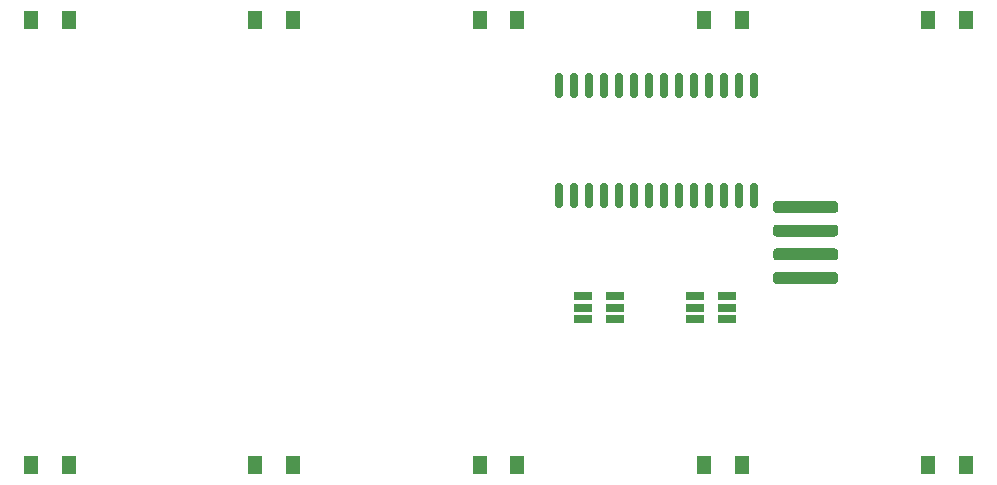
<source format=gtp>
G04 #@! TF.GenerationSoftware,KiCad,Pcbnew,(5.1.8)-1*
G04 #@! TF.CreationDate,2023-06-19T23:59:53+09:00*
G04 #@! TF.ProjectId,windsynth,77696e64-7379-46e7-9468-2e6b69636164,rev?*
G04 #@! TF.SameCoordinates,Original*
G04 #@! TF.FileFunction,Paste,Top*
G04 #@! TF.FilePolarity,Positive*
%FSLAX46Y46*%
G04 Gerber Fmt 4.6, Leading zero omitted, Abs format (unit mm)*
G04 Created by KiCad (PCBNEW (5.1.8)-1) date 2023-06-19 23:59:53*
%MOMM*%
%LPD*%
G01*
G04 APERTURE LIST*
%ADD10R,1.200000X1.500000*%
%ADD11R,1.560000X0.650000*%
G04 APERTURE END LIST*
D10*
G04 #@! TO.C,KeyD*
X186900000Y-110800000D03*
X190100000Y-110800000D03*
G04 #@! TD*
G04 #@! TO.C,KeyB*
X148900000Y-73200000D03*
X152100000Y-73200000D03*
G04 #@! TD*
G04 #@! TO.C,KeyC*
X224900000Y-110800000D03*
X228100000Y-110800000D03*
G04 #@! TD*
G04 #@! TO.C,KeyEb*
X205900000Y-110800000D03*
X209100000Y-110800000D03*
G04 #@! TD*
G04 #@! TO.C,KeyE*
X167900000Y-110800000D03*
X171100000Y-110800000D03*
G04 #@! TD*
G04 #@! TO.C,KeyF*
X148900000Y-110800000D03*
X152100000Y-110800000D03*
G04 #@! TD*
G04 #@! TO.C,KeyCs*
X228100000Y-73200000D03*
X224900000Y-73200000D03*
G04 #@! TD*
G04 #@! TO.C,KeyGs*
X209100000Y-73200000D03*
X205900000Y-73200000D03*
G04 #@! TD*
G04 #@! TO.C,KeyG*
X186900000Y-73200000D03*
X190100000Y-73200000D03*
G04 #@! TD*
G04 #@! TO.C,KeyA*
X167900000Y-73200000D03*
X171100000Y-73200000D03*
G04 #@! TD*
G04 #@! TO.C,MCP23017*
G36*
G01*
X193770000Y-89035000D02*
X193470000Y-89035000D01*
G75*
G02*
X193320000Y-88885000I0J150000D01*
G01*
X193320000Y-87135000D01*
G75*
G02*
X193470000Y-86985000I150000J0D01*
G01*
X193770000Y-86985000D01*
G75*
G02*
X193920000Y-87135000I0J-150000D01*
G01*
X193920000Y-88885000D01*
G75*
G02*
X193770000Y-89035000I-150000J0D01*
G01*
G37*
G36*
G01*
X195040000Y-89035000D02*
X194740000Y-89035000D01*
G75*
G02*
X194590000Y-88885000I0J150000D01*
G01*
X194590000Y-87135000D01*
G75*
G02*
X194740000Y-86985000I150000J0D01*
G01*
X195040000Y-86985000D01*
G75*
G02*
X195190000Y-87135000I0J-150000D01*
G01*
X195190000Y-88885000D01*
G75*
G02*
X195040000Y-89035000I-150000J0D01*
G01*
G37*
G36*
G01*
X196310000Y-89035000D02*
X196010000Y-89035000D01*
G75*
G02*
X195860000Y-88885000I0J150000D01*
G01*
X195860000Y-87135000D01*
G75*
G02*
X196010000Y-86985000I150000J0D01*
G01*
X196310000Y-86985000D01*
G75*
G02*
X196460000Y-87135000I0J-150000D01*
G01*
X196460000Y-88885000D01*
G75*
G02*
X196310000Y-89035000I-150000J0D01*
G01*
G37*
G36*
G01*
X197580000Y-89035000D02*
X197280000Y-89035000D01*
G75*
G02*
X197130000Y-88885000I0J150000D01*
G01*
X197130000Y-87135000D01*
G75*
G02*
X197280000Y-86985000I150000J0D01*
G01*
X197580000Y-86985000D01*
G75*
G02*
X197730000Y-87135000I0J-150000D01*
G01*
X197730000Y-88885000D01*
G75*
G02*
X197580000Y-89035000I-150000J0D01*
G01*
G37*
G36*
G01*
X198850000Y-89035000D02*
X198550000Y-89035000D01*
G75*
G02*
X198400000Y-88885000I0J150000D01*
G01*
X198400000Y-87135000D01*
G75*
G02*
X198550000Y-86985000I150000J0D01*
G01*
X198850000Y-86985000D01*
G75*
G02*
X199000000Y-87135000I0J-150000D01*
G01*
X199000000Y-88885000D01*
G75*
G02*
X198850000Y-89035000I-150000J0D01*
G01*
G37*
G36*
G01*
X200120000Y-89035000D02*
X199820000Y-89035000D01*
G75*
G02*
X199670000Y-88885000I0J150000D01*
G01*
X199670000Y-87135000D01*
G75*
G02*
X199820000Y-86985000I150000J0D01*
G01*
X200120000Y-86985000D01*
G75*
G02*
X200270000Y-87135000I0J-150000D01*
G01*
X200270000Y-88885000D01*
G75*
G02*
X200120000Y-89035000I-150000J0D01*
G01*
G37*
G36*
G01*
X201390000Y-89035000D02*
X201090000Y-89035000D01*
G75*
G02*
X200940000Y-88885000I0J150000D01*
G01*
X200940000Y-87135000D01*
G75*
G02*
X201090000Y-86985000I150000J0D01*
G01*
X201390000Y-86985000D01*
G75*
G02*
X201540000Y-87135000I0J-150000D01*
G01*
X201540000Y-88885000D01*
G75*
G02*
X201390000Y-89035000I-150000J0D01*
G01*
G37*
G36*
G01*
X202660000Y-89035000D02*
X202360000Y-89035000D01*
G75*
G02*
X202210000Y-88885000I0J150000D01*
G01*
X202210000Y-87135000D01*
G75*
G02*
X202360000Y-86985000I150000J0D01*
G01*
X202660000Y-86985000D01*
G75*
G02*
X202810000Y-87135000I0J-150000D01*
G01*
X202810000Y-88885000D01*
G75*
G02*
X202660000Y-89035000I-150000J0D01*
G01*
G37*
G36*
G01*
X203930000Y-89035000D02*
X203630000Y-89035000D01*
G75*
G02*
X203480000Y-88885000I0J150000D01*
G01*
X203480000Y-87135000D01*
G75*
G02*
X203630000Y-86985000I150000J0D01*
G01*
X203930000Y-86985000D01*
G75*
G02*
X204080000Y-87135000I0J-150000D01*
G01*
X204080000Y-88885000D01*
G75*
G02*
X203930000Y-89035000I-150000J0D01*
G01*
G37*
G36*
G01*
X205200000Y-89035000D02*
X204900000Y-89035000D01*
G75*
G02*
X204750000Y-88885000I0J150000D01*
G01*
X204750000Y-87135000D01*
G75*
G02*
X204900000Y-86985000I150000J0D01*
G01*
X205200000Y-86985000D01*
G75*
G02*
X205350000Y-87135000I0J-150000D01*
G01*
X205350000Y-88885000D01*
G75*
G02*
X205200000Y-89035000I-150000J0D01*
G01*
G37*
G36*
G01*
X206470000Y-89035000D02*
X206170000Y-89035000D01*
G75*
G02*
X206020000Y-88885000I0J150000D01*
G01*
X206020000Y-87135000D01*
G75*
G02*
X206170000Y-86985000I150000J0D01*
G01*
X206470000Y-86985000D01*
G75*
G02*
X206620000Y-87135000I0J-150000D01*
G01*
X206620000Y-88885000D01*
G75*
G02*
X206470000Y-89035000I-150000J0D01*
G01*
G37*
G36*
G01*
X207740000Y-89035000D02*
X207440000Y-89035000D01*
G75*
G02*
X207290000Y-88885000I0J150000D01*
G01*
X207290000Y-87135000D01*
G75*
G02*
X207440000Y-86985000I150000J0D01*
G01*
X207740000Y-86985000D01*
G75*
G02*
X207890000Y-87135000I0J-150000D01*
G01*
X207890000Y-88885000D01*
G75*
G02*
X207740000Y-89035000I-150000J0D01*
G01*
G37*
G36*
G01*
X209010000Y-89035000D02*
X208710000Y-89035000D01*
G75*
G02*
X208560000Y-88885000I0J150000D01*
G01*
X208560000Y-87135000D01*
G75*
G02*
X208710000Y-86985000I150000J0D01*
G01*
X209010000Y-86985000D01*
G75*
G02*
X209160000Y-87135000I0J-150000D01*
G01*
X209160000Y-88885000D01*
G75*
G02*
X209010000Y-89035000I-150000J0D01*
G01*
G37*
G36*
G01*
X210280000Y-89035000D02*
X209980000Y-89035000D01*
G75*
G02*
X209830000Y-88885000I0J150000D01*
G01*
X209830000Y-87135000D01*
G75*
G02*
X209980000Y-86985000I150000J0D01*
G01*
X210280000Y-86985000D01*
G75*
G02*
X210430000Y-87135000I0J-150000D01*
G01*
X210430000Y-88885000D01*
G75*
G02*
X210280000Y-89035000I-150000J0D01*
G01*
G37*
G36*
G01*
X210280000Y-79735000D02*
X209980000Y-79735000D01*
G75*
G02*
X209830000Y-79585000I0J150000D01*
G01*
X209830000Y-77835000D01*
G75*
G02*
X209980000Y-77685000I150000J0D01*
G01*
X210280000Y-77685000D01*
G75*
G02*
X210430000Y-77835000I0J-150000D01*
G01*
X210430000Y-79585000D01*
G75*
G02*
X210280000Y-79735000I-150000J0D01*
G01*
G37*
G36*
G01*
X209010000Y-79735000D02*
X208710000Y-79735000D01*
G75*
G02*
X208560000Y-79585000I0J150000D01*
G01*
X208560000Y-77835000D01*
G75*
G02*
X208710000Y-77685000I150000J0D01*
G01*
X209010000Y-77685000D01*
G75*
G02*
X209160000Y-77835000I0J-150000D01*
G01*
X209160000Y-79585000D01*
G75*
G02*
X209010000Y-79735000I-150000J0D01*
G01*
G37*
G36*
G01*
X207740000Y-79735000D02*
X207440000Y-79735000D01*
G75*
G02*
X207290000Y-79585000I0J150000D01*
G01*
X207290000Y-77835000D01*
G75*
G02*
X207440000Y-77685000I150000J0D01*
G01*
X207740000Y-77685000D01*
G75*
G02*
X207890000Y-77835000I0J-150000D01*
G01*
X207890000Y-79585000D01*
G75*
G02*
X207740000Y-79735000I-150000J0D01*
G01*
G37*
G36*
G01*
X206470000Y-79735000D02*
X206170000Y-79735000D01*
G75*
G02*
X206020000Y-79585000I0J150000D01*
G01*
X206020000Y-77835000D01*
G75*
G02*
X206170000Y-77685000I150000J0D01*
G01*
X206470000Y-77685000D01*
G75*
G02*
X206620000Y-77835000I0J-150000D01*
G01*
X206620000Y-79585000D01*
G75*
G02*
X206470000Y-79735000I-150000J0D01*
G01*
G37*
G36*
G01*
X205200000Y-79735000D02*
X204900000Y-79735000D01*
G75*
G02*
X204750000Y-79585000I0J150000D01*
G01*
X204750000Y-77835000D01*
G75*
G02*
X204900000Y-77685000I150000J0D01*
G01*
X205200000Y-77685000D01*
G75*
G02*
X205350000Y-77835000I0J-150000D01*
G01*
X205350000Y-79585000D01*
G75*
G02*
X205200000Y-79735000I-150000J0D01*
G01*
G37*
G36*
G01*
X203930000Y-79735000D02*
X203630000Y-79735000D01*
G75*
G02*
X203480000Y-79585000I0J150000D01*
G01*
X203480000Y-77835000D01*
G75*
G02*
X203630000Y-77685000I150000J0D01*
G01*
X203930000Y-77685000D01*
G75*
G02*
X204080000Y-77835000I0J-150000D01*
G01*
X204080000Y-79585000D01*
G75*
G02*
X203930000Y-79735000I-150000J0D01*
G01*
G37*
G36*
G01*
X202660000Y-79735000D02*
X202360000Y-79735000D01*
G75*
G02*
X202210000Y-79585000I0J150000D01*
G01*
X202210000Y-77835000D01*
G75*
G02*
X202360000Y-77685000I150000J0D01*
G01*
X202660000Y-77685000D01*
G75*
G02*
X202810000Y-77835000I0J-150000D01*
G01*
X202810000Y-79585000D01*
G75*
G02*
X202660000Y-79735000I-150000J0D01*
G01*
G37*
G36*
G01*
X201390000Y-79735000D02*
X201090000Y-79735000D01*
G75*
G02*
X200940000Y-79585000I0J150000D01*
G01*
X200940000Y-77835000D01*
G75*
G02*
X201090000Y-77685000I150000J0D01*
G01*
X201390000Y-77685000D01*
G75*
G02*
X201540000Y-77835000I0J-150000D01*
G01*
X201540000Y-79585000D01*
G75*
G02*
X201390000Y-79735000I-150000J0D01*
G01*
G37*
G36*
G01*
X200120000Y-79735000D02*
X199820000Y-79735000D01*
G75*
G02*
X199670000Y-79585000I0J150000D01*
G01*
X199670000Y-77835000D01*
G75*
G02*
X199820000Y-77685000I150000J0D01*
G01*
X200120000Y-77685000D01*
G75*
G02*
X200270000Y-77835000I0J-150000D01*
G01*
X200270000Y-79585000D01*
G75*
G02*
X200120000Y-79735000I-150000J0D01*
G01*
G37*
G36*
G01*
X198850000Y-79735000D02*
X198550000Y-79735000D01*
G75*
G02*
X198400000Y-79585000I0J150000D01*
G01*
X198400000Y-77835000D01*
G75*
G02*
X198550000Y-77685000I150000J0D01*
G01*
X198850000Y-77685000D01*
G75*
G02*
X199000000Y-77835000I0J-150000D01*
G01*
X199000000Y-79585000D01*
G75*
G02*
X198850000Y-79735000I-150000J0D01*
G01*
G37*
G36*
G01*
X197580000Y-79735000D02*
X197280000Y-79735000D01*
G75*
G02*
X197130000Y-79585000I0J150000D01*
G01*
X197130000Y-77835000D01*
G75*
G02*
X197280000Y-77685000I150000J0D01*
G01*
X197580000Y-77685000D01*
G75*
G02*
X197730000Y-77835000I0J-150000D01*
G01*
X197730000Y-79585000D01*
G75*
G02*
X197580000Y-79735000I-150000J0D01*
G01*
G37*
G36*
G01*
X196310000Y-79735000D02*
X196010000Y-79735000D01*
G75*
G02*
X195860000Y-79585000I0J150000D01*
G01*
X195860000Y-77835000D01*
G75*
G02*
X196010000Y-77685000I150000J0D01*
G01*
X196310000Y-77685000D01*
G75*
G02*
X196460000Y-77835000I0J-150000D01*
G01*
X196460000Y-79585000D01*
G75*
G02*
X196310000Y-79735000I-150000J0D01*
G01*
G37*
G36*
G01*
X195040000Y-79735000D02*
X194740000Y-79735000D01*
G75*
G02*
X194590000Y-79585000I0J150000D01*
G01*
X194590000Y-77835000D01*
G75*
G02*
X194740000Y-77685000I150000J0D01*
G01*
X195040000Y-77685000D01*
G75*
G02*
X195190000Y-77835000I0J-150000D01*
G01*
X195190000Y-79585000D01*
G75*
G02*
X195040000Y-79735000I-150000J0D01*
G01*
G37*
G36*
G01*
X193770000Y-79735000D02*
X193470000Y-79735000D01*
G75*
G02*
X193320000Y-79585000I0J150000D01*
G01*
X193320000Y-77835000D01*
G75*
G02*
X193470000Y-77685000I150000J0D01*
G01*
X193770000Y-77685000D01*
G75*
G02*
X193920000Y-77835000I0J-150000D01*
G01*
X193920000Y-79585000D01*
G75*
G02*
X193770000Y-79735000I-150000J0D01*
G01*
G37*
G04 #@! TD*
D11*
G04 #@! TO.C,MCP3425*
X198350000Y-97500000D03*
X198350000Y-96550000D03*
X198350000Y-98450000D03*
X195650000Y-98450000D03*
X195650000Y-97500000D03*
X195650000Y-96550000D03*
G04 #@! TD*
G04 #@! TO.C,MCP3425*
X205150000Y-96550000D03*
X205150000Y-97500000D03*
X205150000Y-98450000D03*
X207850000Y-98450000D03*
X207850000Y-96550000D03*
X207850000Y-97500000D03*
G04 #@! TD*
G04 #@! TO.C,I2C*
G36*
G01*
X212000000Y-88500000D02*
X217000000Y-88500000D01*
G75*
G02*
X217250000Y-88750000I0J-250000D01*
G01*
X217250000Y-89250000D01*
G75*
G02*
X217000000Y-89500000I-250000J0D01*
G01*
X212000000Y-89500000D01*
G75*
G02*
X211750000Y-89250000I0J250000D01*
G01*
X211750000Y-88750000D01*
G75*
G02*
X212000000Y-88500000I250000J0D01*
G01*
G37*
G36*
G01*
X212000000Y-90500000D02*
X217000000Y-90500000D01*
G75*
G02*
X217250000Y-90750000I0J-250000D01*
G01*
X217250000Y-91250000D01*
G75*
G02*
X217000000Y-91500000I-250000J0D01*
G01*
X212000000Y-91500000D01*
G75*
G02*
X211750000Y-91250000I0J250000D01*
G01*
X211750000Y-90750000D01*
G75*
G02*
X212000000Y-90500000I250000J0D01*
G01*
G37*
G36*
G01*
X212000000Y-92500000D02*
X217000000Y-92500000D01*
G75*
G02*
X217250000Y-92750000I0J-250000D01*
G01*
X217250000Y-93250000D01*
G75*
G02*
X217000000Y-93500000I-250000J0D01*
G01*
X212000000Y-93500000D01*
G75*
G02*
X211750000Y-93250000I0J250000D01*
G01*
X211750000Y-92750000D01*
G75*
G02*
X212000000Y-92500000I250000J0D01*
G01*
G37*
G36*
G01*
X212000000Y-94500000D02*
X217000000Y-94500000D01*
G75*
G02*
X217250000Y-94750000I0J-250000D01*
G01*
X217250000Y-95250000D01*
G75*
G02*
X217000000Y-95500000I-250000J0D01*
G01*
X212000000Y-95500000D01*
G75*
G02*
X211750000Y-95250000I0J250000D01*
G01*
X211750000Y-94750000D01*
G75*
G02*
X212000000Y-94500000I250000J0D01*
G01*
G37*
G04 #@! TD*
M02*

</source>
